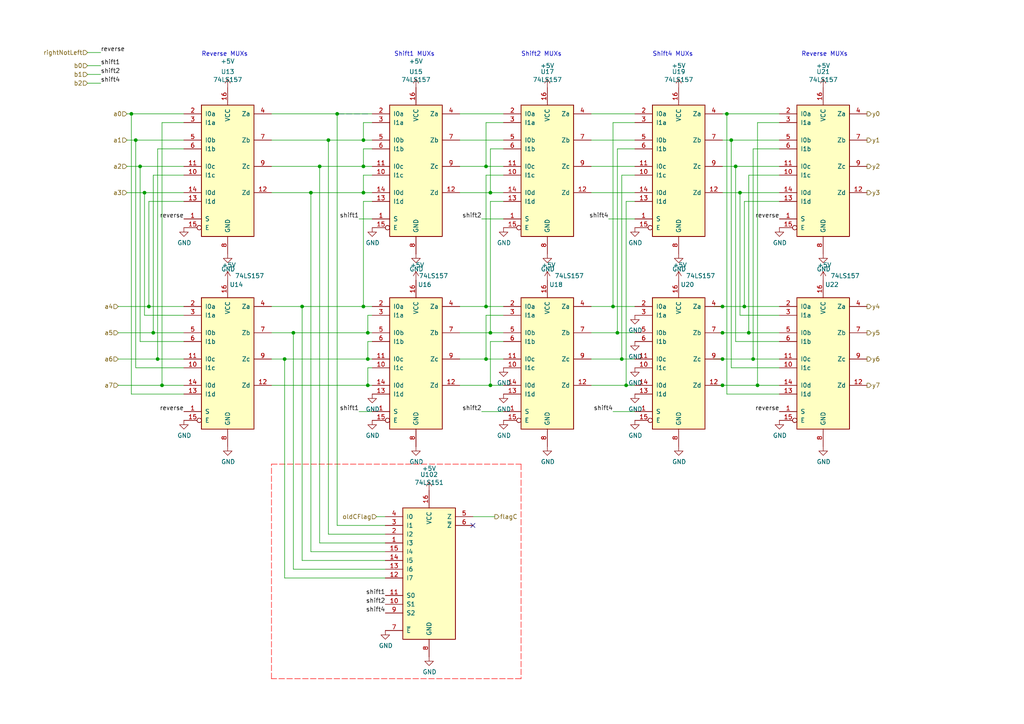
<source format=kicad_sch>
(kicad_sch (version 20211123) (generator eeschema)
  (paper "A4")
  (lib_symbols
    (symbol "74xx:74LS151" (pin_names (offset 1.016))
      (property "Reference" "U" (at -7.62 19.05 0))
      (property "Value" "74LS151" (at -7.62 -21.59 0))
      (symbol "74LS151_1_0"
        (pin input line (at -12.7 7.62 0) (length 5.08) (name "I3") (number "1"))
        (pin input line (at -12.7 -10.16 0) (length 5.08) (name "S1") (number "10"))
        (pin input line (at -12.7 -7.62 0) (length 5.08) (name "S0") (number "11"))
        (pin input line (at -12.7 -2.54 0) (length 5.08) (name "I7") (number "12"))
        (pin input line (at -12.7 0 0) (length 5.08) (name "I6") (number "13"))
        (pin input line (at -12.7 2.54 0) (length 5.08) (name "I5") (number "14"))
        (pin input line (at -12.7 5.08 0) (length 5.08) (name "I4") (number "15"))
        (pin power_in line (at 0 22.86 270) (length 5.08) (name "VCC") (number "16"))
        (pin input line (at -12.7 10.16 0) (length 5.08) (name "I2") (number "2"))
        (pin input line (at -12.7 12.7 0) (length 5.08) (name "I1") (number "3"))
        (pin input line (at -12.7 15.24 0) (length 5.08) (name "I0") (number "4"))
        (pin output line (at 12.7 15.24 180) (length 5.08) (name "Z") (number "5"))
        (pin output line (at 12.7 12.7 180) (length 5.08) (name "~{Z}") (number "6"))
        (pin input line (at -12.7 -17.78 0) (length 5.08) (name "~{E}") (number "7"))
        (pin power_in line (at 0 -25.4 90) (length 5.08) (name "GND") (number "8"))
        (pin input line (at -12.7 -12.7 0) (length 5.08) (name "S2") (number "9"))
      )
      (symbol "74LS151_1_1"
        (rectangle (start -7.62 17.78) (end 7.62 -20.32) (stroke (width 0.254)) (fill (type background)))
      )
    )
    (symbol "74xx:74LS157" (pin_names (offset 1.016))
      (property "Reference" "U" (at -7.62 19.05 0))
      (property "Value" "74LS157" (at -7.62 -21.59 0))
      (symbol "74LS157_1_0"
        (pin input line (at -12.7 -15.24 0) (length 5.08) (name "S") (number "1"))
        (pin input line (at -12.7 -2.54 0) (length 5.08) (name "I1c") (number "10"))
        (pin input line (at -12.7 0 0) (length 5.08) (name "I0c") (number "11"))
        (pin output line (at 12.7 -7.62 180) (length 5.08) (name "Zd") (number "12"))
        (pin input line (at -12.7 -10.16 0) (length 5.08) (name "I1d") (number "13"))
        (pin input line (at -12.7 -7.62 0) (length 5.08) (name "I0d") (number "14"))
        (pin input inverted (at -12.7 -17.78 0) (length 5.08) (name "E") (number "15"))
        (pin power_in line (at 0 22.86 270) (length 5.08) (name "VCC") (number "16"))
        (pin input line (at -12.7 15.24 0) (length 5.08) (name "I0a") (number "2"))
        (pin input line (at -12.7 12.7 0) (length 5.08) (name "I1a") (number "3"))
        (pin output line (at 12.7 15.24 180) (length 5.08) (name "Za") (number "4"))
        (pin input line (at -12.7 7.62 0) (length 5.08) (name "I0b") (number "5"))
        (pin input line (at -12.7 5.08 0) (length 5.08) (name "I1b") (number "6"))
        (pin output line (at 12.7 7.62 180) (length 5.08) (name "Zb") (number "7"))
        (pin power_in line (at 0 -25.4 90) (length 5.08) (name "GND") (number "8"))
        (pin output line (at 12.7 0 180) (length 5.08) (name "Zc") (number "9"))
      )
      (symbol "74LS157_1_1"
        (rectangle (start -7.62 17.78) (end 7.62 -20.32) (stroke (width 0.254)) (fill (type background)))
      )
    )
    (symbol "power:+5V" (power) (pin_names (offset 0))
      (property "Value" "+5V" (at 0 3.556 0))
      (symbol "+5V_0_1"
        (polyline (pts (xy -0.762 1.27) (xy 0 2.54)))
        (polyline (pts (xy 0 0) (xy 0 2.54)))
        (polyline (pts (xy 0 2.54) (xy 0.762 1.27)))
      )
      (symbol "+5V_1_1"
        (pin power_in line (at 0 0 90) (length 0) hide (name "+5V") (number "1"))
      )
    )
    (symbol "power:GND" (power) (pin_names (offset 0))
      (property "Value" "GND" (at 0 -3.81 0))
      (symbol "GND_0_1"
        (polyline (pts (xy 0 0) (xy 0 -1.27) (xy 1.27 -1.27) (xy 0 -2.54) (xy -1.27 -1.27) (xy 0 -1.27)))
      )
      (symbol "GND_1_1"
        (pin power_in line (at 0 0 270) (length 0) hide (name "GND") (number "1"))
      )
    )
  )
  (junction (at 97.79 33.02))
  (junction (at 46.99 111.76))
  (junction (at 44.45 96.52))
  (junction (at 105.41 48.26))
  (junction (at 140.97 88.9))
  (junction (at 142.24 111.76))
  (junction (at 142.24 96.52))
  (junction (at 209.55 104.14))
  (junction (at 85.09 96.52))
  (junction (at 179.07 96.52))
  (junction (at 142.24 55.88))
  (junction (at 177.8 88.9))
  (junction (at 217.17 96.52))
  (junction (at 95.25 40.64))
  (junction (at 39.37 40.64))
  (junction (at 210.82 33.02))
  (junction (at 106.68 96.52))
  (junction (at 106.68 104.14))
  (junction (at 212.09 40.64))
  (junction (at 92.71 48.26))
  (junction (at 181.61 111.76))
  (junction (at 140.97 48.26))
  (junction (at 219.71 111.76))
  (junction (at 213.36 48.26))
  (junction (at 90.17 55.88))
  (junction (at 209.55 88.9))
  (junction (at 214.63 55.88))
  (junction (at 105.41 55.88))
  (junction (at 43.18 88.9))
  (junction (at 140.97 104.14))
  (junction (at 45.72 104.14))
  (junction (at 209.55 96.52))
  (junction (at 209.55 111.76))
  (junction (at 38.1 33.02))
  (junction (at 105.41 40.64))
  (junction (at 82.55 104.14))
  (junction (at 218.44 104.14))
  (junction (at 40.64 48.26))
  (junction (at 106.68 111.76))
  (junction (at 41.91 55.88))
  (junction (at 215.9 88.9))
  (junction (at 180.34 104.14))
  (junction (at 87.63 88.9))
  (junction (at 105.41 88.9))
  (no_connect (at 137.16 152.4))
  (wire (pts (xy 179.07 43.18) (xy 184.15 43.18)))
  (polyline (pts (xy 151.13 196.85) (xy 78.74 196.85)) (stroke (width 0) (color 255 0 0 1)))
  (wire (pts (xy 45.72 104.14) (xy 34.29 104.14)))
  (wire (pts (xy 140.97 35.56) (xy 146.05 35.56)))
  (wire (pts (xy 217.17 96.52) (xy 217.17 50.8)))
  (wire (pts (xy 105.41 40.64) (xy 95.25 40.64)))
  (wire (pts (xy 105.41 40.64) (xy 105.41 35.56)))
  (wire (pts (xy 171.45 96.52) (xy 179.07 96.52)))
  (wire (pts (xy 41.91 55.88) (xy 53.34 55.88)))
  (polyline (pts (xy 106.68 33.02) (xy 97.79 33.02)))
  (wire (pts (xy 106.68 111.76) (xy 107.95 111.76)))
  (wire (pts (xy 133.35 88.9) (xy 140.97 88.9)))
  (wire (pts (xy 212.09 40.64) (xy 226.06 40.64)))
  (wire (pts (xy 209.55 111.76) (xy 219.71 111.76)))
  (wire (pts (xy 215.9 58.42) (xy 226.06 58.42)))
  (wire (pts (xy 36.83 40.64) (xy 39.37 40.64)))
  (wire (pts (xy 140.97 91.44) (xy 146.05 91.44)))
  (wire (pts (xy 217.17 96.52) (xy 226.06 96.52)))
  (wire (pts (xy 92.71 157.48) (xy 111.76 157.48)))
  (wire (pts (xy 34.29 88.9) (xy 43.18 88.9)))
  (wire (pts (xy 212.09 106.68) (xy 226.06 106.68)))
  (wire (pts (xy 209.55 40.64) (xy 212.09 40.64)))
  (wire (pts (xy 97.79 33.02) (xy 97.79 152.4)))
  (wire (pts (xy 142.24 111.76) (xy 146.05 111.76)))
  (wire (pts (xy 171.45 40.64) (xy 184.15 40.64)))
  (wire (pts (xy 41.91 91.44) (xy 53.34 91.44)))
  (wire (pts (xy 177.8 119.38) (xy 184.15 119.38)))
  (polyline (pts (xy 78.74 134.62) (xy 151.13 134.62)) (stroke (width 0) (color 255 0 0 1)))
  (wire (pts (xy 140.97 48.26) (xy 146.05 48.26)))
  (wire (pts (xy 210.82 33.02) (xy 210.82 114.3)))
  (wire (pts (xy 177.8 88.9) (xy 184.15 88.9)))
  (wire (pts (xy 105.41 88.9) (xy 107.95 88.9)))
  (wire (pts (xy 90.17 55.88) (xy 105.41 55.88)))
  (wire (pts (xy 218.44 43.18) (xy 218.44 104.14)))
  (wire (pts (xy 87.63 162.56) (xy 111.76 162.56)))
  (wire (pts (xy 92.71 48.26) (xy 92.71 157.48)))
  (wire (pts (xy 41.91 55.88) (xy 41.91 91.44)))
  (wire (pts (xy 95.25 154.94) (xy 111.76 154.94)))
  (wire (pts (xy 40.64 48.26) (xy 36.83 48.26)))
  (wire (pts (xy 171.45 111.76) (xy 181.61 111.76)))
  (wire (pts (xy 25.4 19.05) (xy 29.21 19.05)))
  (wire (pts (xy 139.7 63.5) (xy 146.05 63.5)))
  (wire (pts (xy 142.24 96.52) (xy 146.05 96.52)))
  (wire (pts (xy 210.82 33.02) (xy 226.06 33.02)))
  (wire (pts (xy 219.71 111.76) (xy 219.71 35.56)))
  (wire (pts (xy 78.74 111.76) (xy 106.68 111.76)))
  (wire (pts (xy 180.34 50.8) (xy 184.15 50.8)))
  (wire (pts (xy 133.35 55.88) (xy 142.24 55.88)))
  (wire (pts (xy 140.97 104.14) (xy 146.05 104.14)))
  (wire (pts (xy 176.53 63.5) (xy 184.15 63.5)))
  (wire (pts (xy 217.17 50.8) (xy 226.06 50.8)))
  (wire (pts (xy 43.18 88.9) (xy 43.18 58.42)))
  (wire (pts (xy 34.29 111.76) (xy 46.99 111.76)))
  (wire (pts (xy 87.63 88.9) (xy 87.63 162.56)))
  (wire (pts (xy 38.1 114.3) (xy 53.34 114.3)))
  (wire (pts (xy 133.35 111.76) (xy 142.24 111.76)))
  (wire (pts (xy 90.17 160.02) (xy 111.76 160.02)))
  (wire (pts (xy 133.35 96.52) (xy 142.24 96.52)))
  (wire (pts (xy 53.34 48.26) (xy 40.64 48.26)))
  (wire (pts (xy 214.63 55.88) (xy 226.06 55.88)))
  (wire (pts (xy 213.36 48.26) (xy 209.55 48.26)))
  (wire (pts (xy 171.45 48.26) (xy 184.15 48.26)))
  (wire (pts (xy 177.8 88.9) (xy 177.8 35.56)))
  (wire (pts (xy 45.72 43.18) (xy 45.72 104.14)))
  (wire (pts (xy 78.74 104.14) (xy 82.55 104.14)))
  (wire (pts (xy 53.34 104.14) (xy 45.72 104.14)))
  (wire (pts (xy 213.36 99.06) (xy 226.06 99.06)))
  (wire (pts (xy 44.45 96.52) (xy 44.45 50.8)))
  (wire (pts (xy 207.01 88.9) (xy 209.55 88.9)))
  (wire (pts (xy 29.21 15.24) (xy 25.4 15.24)))
  (wire (pts (xy 78.74 48.26) (xy 92.71 48.26)))
  (wire (pts (xy 226.06 104.14) (xy 218.44 104.14)))
  (wire (pts (xy 106.68 104.14) (xy 106.68 99.06)))
  (wire (pts (xy 46.99 111.76) (xy 46.99 35.56)))
  (wire (pts (xy 85.09 165.1) (xy 111.76 165.1)))
  (wire (pts (xy 95.25 40.64) (xy 95.25 154.94)))
  (wire (pts (xy 106.68 106.68) (xy 107.95 106.68)))
  (wire (pts (xy 133.35 33.02) (xy 146.05 33.02)))
  (wire (pts (xy 87.63 88.9) (xy 105.41 88.9)))
  (wire (pts (xy 140.97 88.9) (xy 146.05 88.9)))
  (wire (pts (xy 105.41 48.26) (xy 107.95 48.26)))
  (wire (pts (xy 106.68 96.52) (xy 107.95 96.52)))
  (wire (pts (xy 106.68 99.06) (xy 107.95 99.06)))
  (wire (pts (xy 106.68 111.76) (xy 106.68 106.68)))
  (wire (pts (xy 140.97 48.26) (xy 140.97 35.56)))
  (wire (pts (xy 105.41 43.18) (xy 107.95 43.18)))
  (wire (pts (xy 40.64 99.06) (xy 53.34 99.06)))
  (wire (pts (xy 209.55 96.52) (xy 217.17 96.52)))
  (wire (pts (xy 105.41 35.56) (xy 107.95 35.56)))
  (wire (pts (xy 146.05 58.42) (xy 142.24 58.42)))
  (wire (pts (xy 38.1 33.02) (xy 53.34 33.02)))
  (wire (pts (xy 39.37 106.68) (xy 53.34 106.68)))
  (wire (pts (xy 181.61 111.76) (xy 181.61 58.42)))
  (wire (pts (xy 44.45 96.52) (xy 53.34 96.52)))
  (wire (pts (xy 25.4 21.59) (xy 29.21 21.59)))
  (wire (pts (xy 78.74 88.9) (xy 87.63 88.9)))
  (wire (pts (xy 46.99 111.76) (xy 53.34 111.76)))
  (wire (pts (xy 44.45 50.8) (xy 53.34 50.8)))
  (wire (pts (xy 137.16 149.86) (xy 143.51 149.86)))
  (wire (pts (xy 215.9 88.9) (xy 226.06 88.9)))
  (wire (pts (xy 181.61 58.42) (xy 184.15 58.42)))
  (wire (pts (xy 142.24 55.88) (xy 146.05 55.88)))
  (wire (pts (xy 218.44 104.14) (xy 209.55 104.14)))
  (wire (pts (xy 82.55 104.14) (xy 82.55 167.64)))
  (wire (pts (xy 180.34 104.14) (xy 180.34 50.8)))
  (wire (pts (xy 139.7 119.38) (xy 146.05 119.38)))
  (wire (pts (xy 36.83 55.88) (xy 41.91 55.88)))
  (wire (pts (xy 179.07 96.52) (xy 184.15 96.52)))
  (wire (pts (xy 214.63 91.44) (xy 226.06 91.44)))
  (wire (pts (xy 179.07 96.52) (xy 179.07 43.18)))
  (wire (pts (xy 226.06 48.26) (xy 213.36 48.26)))
  (wire (pts (xy 97.79 33.02) (xy 107.95 33.02)))
  (wire (pts (xy 140.97 104.14) (xy 140.97 91.44)))
  (wire (pts (xy 219.71 111.76) (xy 226.06 111.76)))
  (wire (pts (xy 78.74 55.88) (xy 90.17 55.88)))
  (wire (pts (xy 106.68 104.14) (xy 107.95 104.14)))
  (wire (pts (xy 209.55 88.9) (xy 215.9 88.9)))
  (wire (pts (xy 142.24 55.88) (xy 142.24 43.18)))
  (wire (pts (xy 207.01 111.76) (xy 209.55 111.76)))
  (wire (pts (xy 43.18 88.9) (xy 53.34 88.9)))
  (wire (pts (xy 209.55 33.02) (xy 210.82 33.02)))
  (wire (pts (xy 105.41 58.42) (xy 107.95 58.42)))
  (wire (pts (xy 40.64 48.26) (xy 40.64 99.06)))
  (wire (pts (xy 43.18 58.42) (xy 53.34 58.42)))
  (wire (pts (xy 105.41 88.9) (xy 105.41 58.42)))
  (wire (pts (xy 133.35 104.14) (xy 140.97 104.14)))
  (wire (pts (xy 212.09 40.64) (xy 212.09 106.68)))
  (wire (pts (xy 215.9 88.9) (xy 215.9 58.42)))
  (wire (pts (xy 39.37 40.64) (xy 53.34 40.64)))
  (wire (pts (xy 142.24 43.18) (xy 146.05 43.18)))
  (wire (pts (xy 105.41 55.88) (xy 107.95 55.88)))
  (wire (pts (xy 142.24 58.42) (xy 142.24 96.52)))
  (wire (pts (xy 214.63 55.88) (xy 214.63 91.44)))
  (wire (pts (xy 210.82 114.3) (xy 226.06 114.3)))
  (wire (pts (xy 142.24 99.06) (xy 146.05 99.06)))
  (wire (pts (xy 104.14 63.5) (xy 107.95 63.5)))
  (wire (pts (xy 82.55 104.14) (xy 106.68 104.14)))
  (wire (pts (xy 181.61 111.76) (xy 184.15 111.76)))
  (wire (pts (xy 106.68 91.44) (xy 107.95 91.44)))
  (wire (pts (xy 171.45 104.14) (xy 180.34 104.14)))
  (wire (pts (xy 209.55 55.88) (xy 214.63 55.88)))
  (wire (pts (xy 106.68 96.52) (xy 106.68 91.44)))
  (wire (pts (xy 105.41 50.8) (xy 107.95 50.8)))
  (polyline (pts (xy 151.13 134.62) (xy 151.13 196.85)) (stroke (width 0) (color 255 0 0 1)))
  (wire (pts (xy 209.55 104.14) (xy 207.01 104.14)))
  (wire (pts (xy 92.71 48.26) (xy 105.41 48.26)))
  (wire (pts (xy 219.71 35.56) (xy 226.06 35.56)))
  (wire (pts (xy 107.95 40.64) (xy 105.41 40.64)))
  (wire (pts (xy 39.37 40.64) (xy 39.37 106.68)))
  (wire (pts (xy 45.72 43.18) (xy 53.34 43.18)))
  (wire (pts (xy 140.97 50.8) (xy 146.05 50.8)))
  (wire (pts (xy 180.34 104.14) (xy 184.15 104.14)))
  (wire (pts (xy 140.97 88.9) (xy 140.97 50.8)))
  (wire (pts (xy 38.1 33.02) (xy 38.1 114.3)))
  (wire (pts (xy 85.09 96.52) (xy 106.68 96.52)))
  (wire (pts (xy 34.29 96.52) (xy 44.45 96.52)))
  (wire (pts (xy 46.99 35.56) (xy 53.34 35.56)))
  (wire (pts (xy 85.09 96.52) (xy 85.09 165.1)))
  (wire (pts (xy 171.45 55.88) (xy 184.15 55.88)))
  (wire (pts (xy 97.79 152.4) (xy 111.76 152.4)))
  (wire (pts (xy 109.22 149.86) (xy 111.76 149.86)))
  (wire (pts (xy 29.21 24.13) (xy 25.4 24.13)))
  (polyline (pts (xy 78.74 196.85) (xy 78.74 134.62)) (stroke (width 0) (color 255 0 0 1)))
  (wire (pts (xy 171.45 88.9) (xy 177.8 88.9)))
  (wire (pts (xy 82.55 167.64) (xy 111.76 167.64)))
  (wire (pts (xy 218.44 43.18) (xy 226.06 43.18)))
  (wire (pts (xy 133.35 40.64) (xy 146.05 40.64)))
  (wire (pts (xy 90.17 55.88) (xy 90.17 160.02)))
  (wire (pts (xy 213.36 48.26) (xy 213.36 99.06)))
  (wire (pts (xy 177.8 35.56) (xy 184.15 35.56)))
  (wire (pts (xy 78.74 33.02) (xy 97.79 33.02)))
  (wire (pts (xy 142.24 111.76) (xy 142.24 99.06)))
  (wire (pts (xy 104.14 119.38) (xy 107.95 119.38)))
  (wire (pts (xy 105.41 48.26) (xy 105.41 43.18)))
  (wire (pts (xy 105.41 55.88) (xy 105.41 50.8)))
  (wire (pts (xy 78.74 96.52) (xy 85.09 96.52)))
  (wire (pts (xy 133.35 48.26) (xy 140.97 48.26)))
  (wire (pts (xy 171.45 33.02) (xy 184.15 33.02)))
  (wire (pts (xy 36.83 33.02) (xy 38.1 33.02)))
  (wire (pts (xy 95.25 40.64) (xy 78.74 40.64)))
  (wire (pts (xy 207.01 96.52) (xy 209.55 96.52)))
  (text "Reverse MUXs" (at 58.42 16.51 0) (effects (font (size 1.27 1.27)) (justify left bottom)))
  (text "Shift1 MUXs" (at 114.3 16.51 0) (effects (font (size 1.27 1.27)) (justify left bottom)))
  (text "Reverse MUXs" (at 232.41 16.51 0) (effects (font (size 1.27 1.27)) (justify left bottom)))
  (text "Shift2 MUXs" (at 151.13 16.51 0) (effects (font (size 1.27 1.27)) (justify left bottom)))
  (text "Shift4 MUXs" (at 189.23 16.51 0) (effects (font (size 1.27 1.27)) (justify left bottom)))
  (label "shift1" (at 104.14 119.38 180))
  (label "reverse" (at 226.06 63.5 180))
  (label "shift2" (at 111.76 175.26 180))
  (label "shift2" (at 139.7 119.38 180))
  (label "reverse" (at 29.21 15.24 0))
  (label "shift1" (at 29.21 19.05 0))
  (label "shift4" (at 176.53 63.5 180))
  (label "shift4" (at 177.8 119.38 180))
  (label "reverse" (at 226.06 119.38 180))
  (label "shift4" (at 29.21 24.13 0))
  (label "shift2" (at 139.7 63.5 180))
  (label "shift1" (at 104.14 63.5 180))
  (label "reverse" (at 53.34 119.38 180))
  (label "reverse" (at 53.34 63.5 180))
  (label "shift4" (at 111.76 177.8 180))
  (label "shift1" (at 111.76 172.72 180))
  (label "shift2" (at 29.21 21.59 0))
  (hierarchical_label "b2" (shape input) (at 25.4 24.13 180))
  (hierarchical_label "a3" (shape input) (at 36.83 55.88 180))
  (hierarchical_label "a6" (shape input) (at 34.29 104.14 180))
  (hierarchical_label "a5" (shape input) (at 34.29 96.52 180))
  (hierarchical_label "y7" (shape output) (at 251.46 111.76 0))
  (hierarchical_label "rightNotLeft" (shape input) (at 25.4 15.24 180))
  (hierarchical_label "a0" (shape input) (at 36.83 33.02 180))
  (hierarchical_label "a7" (shape input) (at 34.29 111.76 180))
  (hierarchical_label "y5" (shape output) (at 251.46 96.52 0))
  (hierarchical_label "y4" (shape output) (at 251.46 88.9 0))
  (hierarchical_label "y1" (shape output) (at 251.46 40.64 0))
  (hierarchical_label "flagC" (shape output) (at 143.51 149.86 0))
  (hierarchical_label "b1" (shape input) (at 25.4 21.59 180))
  (hierarchical_label "a1" (shape input) (at 36.83 40.64 180))
  (hierarchical_label "a4" (shape input) (at 34.29 88.9 180))
  (hierarchical_label "y3" (shape output) (at 251.46 55.88 0))
  (hierarchical_label "y6" (shape output) (at 251.46 104.14 0))
  (hierarchical_label "y0" (shape output) (at 251.46 33.02 0))
  (hierarchical_label "oldCFlag" (shape input) (at 109.22 149.86 180))
  (hierarchical_label "b0" (shape input) (at 25.4 19.05 180))
  (hierarchical_label "a2" (shape input) (at 36.83 48.26 180))
  (hierarchical_label "y2" (shape output) (at 251.46 48.26 0))
  (symbol (lib_id "74xx:74LS157") (at 66.04 48.26 0) (unit 1)
    (property "Reference" "U13" (at 66.04 20.8026 0))
    (property "Value" "74LS157" (at 66.04 23.114 0))
    (property "Footprint" "Package_DIP:DIP-16_W7.62mm" (effects hide))
    (property "Datasheet" "http://www.ti.com/lit/gpn/sn74LS157" (effects hide))
  )
  (symbol (lib_id "74xx:74LS157") (at 66.04 104.14 0) (unit 1)
    (property "Reference" "U14" (at 68.58 82.55 0))
    (property "Value" "74LS157" (at 72.39 80.01 0))
    (property "Footprint" "Package_DIP:DIP-16_W7.62mm" (effects hide))
    (property "Datasheet" "http://www.ti.com/lit/gpn/sn74LS157" (effects hide))
  )
  (symbol (lib_id "power:GND") (at 66.04 129.54 0) (unit 1)
    (property "Reference" "#PWR049" (effects hide))
    (property "Value" "GND" (at 66.167 133.9342 0))
  )
  (symbol (lib_id "power:GND") (at 53.34 121.92 0) (unit 1)
    (property "Reference" "#PWR045" (effects hide))
    (property "Value" "GND" (at 53.467 126.3142 0))
  )
  (symbol (lib_id "power:GND") (at 66.04 73.66 0) (unit 1)
    (property "Reference" "#PWR047" (effects hide))
    (property "Value" "GND" (at 66.167 78.0542 0))
  )
  (symbol (lib_id "power:GND") (at 53.34 66.04 0) (unit 1)
    (property "Reference" "#PWR044" (effects hide))
    (property "Value" "GND" (at 53.467 70.4342 0))
  )
  (symbol (lib_id "power:+5V") (at 66.04 81.28 0) (unit 1)
    (property "Reference" "#PWR048" (effects hide))
    (property "Value" "+5V" (at 66.421 76.8858 0))
  )
  (symbol (lib_id "power:+5V") (at 66.04 25.4 0) (unit 1)
    (property "Reference" "#PWR046" (effects hide))
    (property "Value" "+5V" (at 66.04 17.78 0))
  )
  (symbol (lib_id "74xx:74LS157") (at 120.65 48.26 0) (unit 1)
    (property "Reference" "U15" (at 120.65 20.8026 0))
    (property "Value" "74LS157" (at 120.65 23.114 0))
    (property "Footprint" "Package_DIP:DIP-16_W7.62mm" (effects hide))
    (property "Datasheet" "http://www.ti.com/lit/gpn/sn74LS157" (effects hide))
  )
  (symbol (lib_id "74xx:74LS157") (at 120.65 104.14 0) (unit 1)
    (property "Reference" "U16" (at 123.19 82.55 0))
    (property "Value" "74LS157" (at 125.73 80.01 0))
    (property "Footprint" "Package_DIP:DIP-16_W7.62mm" (effects hide))
    (property "Datasheet" "http://www.ti.com/lit/gpn/sn74LS157" (effects hide))
  )
  (symbol (lib_id "power:GND") (at 120.65 129.54 0) (unit 1)
    (property "Reference" "#PWR056" (effects hide))
    (property "Value" "GND" (at 120.777 133.9342 0))
  )
  (symbol (lib_id "power:GND") (at 120.65 73.66 0) (unit 1)
    (property "Reference" "#PWR054" (effects hide))
    (property "Value" "GND" (at 120.777 78.0542 0))
  )
  (symbol (lib_id "power:+5V") (at 120.65 81.28 0) (unit 1)
    (property "Reference" "#PWR055" (effects hide))
    (property "Value" "+5V" (at 121.031 76.8858 0))
  )
  (symbol (lib_id "power:+5V") (at 120.65 25.4 0) (unit 1)
    (property "Reference" "#PWR053" (effects hide))
    (property "Value" "+5V" (at 120.65 17.78 0))
  )
  (symbol (lib_id "power:GND") (at 107.95 66.04 0) (unit 1)
    (property "Reference" "#PWR050" (effects hide))
    (property "Value" "GND" (at 108.077 70.4342 0))
  )
  (symbol (lib_id "power:GND") (at 107.95 121.92 0) (unit 1)
    (property "Reference" "#PWR052" (effects hide))
    (property "Value" "GND" (at 108.077 126.3142 0))
  )
  (symbol (lib_id "power:GND") (at 107.95 114.3 0) (unit 1)
    (property "Reference" "#PWR051" (effects hide))
    (property "Value" "GND" (at 108.077 118.6942 0))
  )
  (symbol (lib_id "74xx:74LS157") (at 158.75 48.26 0) (unit 1)
    (property "Reference" "U17" (at 158.75 20.8026 0))
    (property "Value" "74LS157" (at 158.75 23.114 0))
    (property "Footprint" "Package_DIP:DIP-16_W7.62mm" (effects hide))
    (property "Datasheet" "http://www.ti.com/lit/gpn/sn74LS157" (effects hide))
  )
  (symbol (lib_id "74xx:74LS157") (at 158.75 104.14 0) (unit 1)
    (property "Reference" "U18" (at 161.29 82.55 0))
    (property "Value" "74LS157" (at 165.1 80.01 0))
    (property "Footprint" "Package_DIP:DIP-16_W7.62mm" (effects hide))
    (property "Datasheet" "http://www.ti.com/lit/gpn/sn74LS157" (effects hide))
  )
  (symbol (lib_id "power:GND") (at 158.75 129.54 0) (unit 1)
    (property "Reference" "#PWR064" (effects hide))
    (property "Value" "GND" (at 158.877 133.9342 0))
  )
  (symbol (lib_id "power:GND") (at 158.75 73.66 0) (unit 1)
    (property "Reference" "#PWR062" (effects hide))
    (property "Value" "GND" (at 158.877 78.0542 0))
  )
  (symbol (lib_id "power:+5V") (at 158.75 81.28 0) (unit 1)
    (property "Reference" "#PWR063" (effects hide))
    (property "Value" "+5V" (at 159.131 76.8858 0))
  )
  (symbol (lib_id "power:+5V") (at 158.75 25.4 0) (unit 1)
    (property "Reference" "#PWR061" (effects hide))
    (property "Value" "+5V" (at 158.75 19.05 0))
  )
  (symbol (lib_id "power:GND") (at 146.05 66.04 0) (unit 1)
    (property "Reference" "#PWR057" (effects hide))
    (property "Value" "GND" (at 146.177 70.4342 0))
  )
  (symbol (lib_id "power:GND") (at 146.05 121.92 0) (unit 1)
    (property "Reference" "#PWR060" (effects hide))
    (property "Value" "GND" (at 146.177 126.3142 0))
  )
  (symbol (lib_id "power:GND") (at 146.05 114.3 0) (unit 1)
    (property "Reference" "#PWR059" (effects hide))
    (property "Value" "GND" (at 146.177 118.6942 0))
  )
  (symbol (lib_id "power:GND") (at 146.05 106.68 0) (unit 1)
    (property "Reference" "#PWR058" (effects hide))
    (property "Value" "GND" (at 146.177 111.0742 0))
  )
  (symbol (lib_id "74xx:74LS157") (at 196.85 48.26 0) (unit 1)
    (property "Reference" "U19" (at 196.85 20.8026 0))
    (property "Value" "74LS157" (at 196.85 23.114 0))
    (property "Footprint" "Package_DIP:DIP-16_W7.62mm" (effects hide))
    (property "Datasheet" "http://www.ti.com/lit/gpn/sn74LS157" (effects hide))
  )
  (symbol (lib_id "74xx:74LS157") (at 196.85 104.14 0) (unit 1)
    (property "Reference" "U20" (at 199.39 82.55 0))
    (property "Value" "74LS157" (at 203.2 80.01 0))
    (property "Footprint" "Package_DIP:DIP-16_W7.62mm" (effects hide))
    (property "Datasheet" "http://www.ti.com/lit/gpn/sn74LS157" (effects hide))
  )
  (symbol (lib_id "power:GND") (at 196.85 129.54 0) (unit 1)
    (property "Reference" "#PWR074" (effects hide))
    (property "Value" "GND" (at 196.977 133.9342 0))
  )
  (symbol (lib_id "power:GND") (at 196.85 73.66 0) (unit 1)
    (property "Reference" "#PWR072" (effects hide))
    (property "Value" "GND" (at 196.977 78.0542 0))
  )
  (symbol (lib_id "power:+5V") (at 196.85 81.28 0) (unit 1)
    (property "Reference" "#PWR073" (effects hide))
    (property "Value" "+5V" (at 197.231 76.8858 0))
  )
  (symbol (lib_id "power:+5V") (at 196.85 25.4 0) (unit 1)
    (property "Reference" "#PWR071" (effects hide))
    (property "Value" "+5V" (at 196.85 19.05 0))
  )
  (symbol (lib_id "power:GND") (at 184.15 66.04 0) (unit 1)
    (property "Reference" "#PWR065" (effects hide))
    (property "Value" "GND" (at 184.277 70.4342 0))
  )
  (symbol (lib_id "power:GND") (at 184.15 121.92 0) (unit 1)
    (property "Reference" "#PWR070" (effects hide))
    (property "Value" "GND" (at 184.277 126.3142 0))
  )
  (symbol (lib_id "power:GND") (at 184.15 114.3 0) (unit 1)
    (property "Reference" "#PWR069" (effects hide))
    (property "Value" "GND" (at 184.277 118.6942 0))
  )
  (symbol (lib_id "power:GND") (at 184.15 106.68 0) (unit 1)
    (property "Reference" "#PWR068" (effects hide))
    (property "Value" "GND" (at 184.277 111.0742 0))
  )
  (symbol (lib_id "power:GND") (at 184.15 91.44 0) (unit 1)
    (property "Reference" "#PWR066" (effects hide))
    (property "Value" "GND" (at 184.277 95.8342 0))
  )
  (symbol (lib_id "power:GND") (at 184.15 99.06 0) (unit 1)
    (property "Reference" "#PWR067" (effects hide))
    (property "Value" "GND" (at 184.277 103.4542 0))
  )
  (symbol (lib_id "power:+5V") (at 238.76 25.4 0) (unit 1)
    (property "Reference" "#PWR077" (effects hide))
    (property "Value" "+5V" (at 238.76 19.05 0))
  )
  (symbol (lib_id "74xx:74LS157") (at 238.76 48.26 0) (unit 1)
    (property "Reference" "U21" (at 238.76 20.8026 0))
    (property "Value" "74LS157" (at 238.76 23.114 0))
    (property "Footprint" "Package_DIP:DIP-16_W7.62mm" (effects hide))
    (property "Datasheet" "http://www.ti.com/lit/gpn/sn74LS157" (effects hide))
  )
  (symbol (lib_id "74xx:74LS157") (at 238.76 104.14 0) (unit 1)
    (property "Reference" "U22" (at 241.3 82.55 0))
    (property "Value" "74LS157" (at 245.11 80.01 0))
    (property "Footprint" "Package_DIP:DIP-16_W7.62mm" (effects hide))
    (property "Datasheet" "http://www.ti.com/lit/gpn/sn74LS157" (effects hide))
  )
  (symbol (lib_id "power:GND") (at 238.76 129.54 0) (unit 1)
    (property "Reference" "#PWR080" (effects hide))
    (property "Value" "GND" (at 238.887 133.9342 0))
  )
  (symbol (lib_id "power:GND") (at 226.06 121.92 0) (unit 1)
    (property "Reference" "#PWR076" (effects hide))
    (property "Value" "GND" (at 226.187 126.3142 0))
  )
  (symbol (lib_id "power:GND") (at 238.76 73.66 0) (unit 1)
    (property "Reference" "#PWR078" (effects hide))
    (property "Value" "GND" (at 238.887 78.0542 0))
  )
  (symbol (lib_id "power:GND") (at 226.06 66.04 0) (unit 1)
    (property "Reference" "#PWR075" (effects hide))
    (property "Value" "GND" (at 226.187 70.4342 0))
  )
  (symbol (lib_id "power:+5V") (at 238.76 81.28 0) (unit 1)
    (property "Reference" "#PWR079" (effects hide))
    (property "Value" "+5V" (at 239.141 76.8858 0))
  )
  (symbol (lib_id "power:GND") (at 124.46 190.5 0)
    (property "Reference" "#PWR0329" (effects hide))
    (property "Value" "GND" (at 124.587 194.8942 0))
  )
  (symbol (lib_id "power:+5V") (at 124.46 142.24 0)
    (property "Reference" "#PWR0328" (effects hide))
    (property "Value" "+5V" (at 124.46 135.89 0))
  )
  (symbol (lib_id "74xx:74LS151") (at 124.46 165.1 0)
    (property "Reference" "U102" (at 124.46 137.6426 0))
    (property "Value" "74LS151" (at 124.46 139.954 0))
    (property "Datasheet" "http://www.ti.com/lit/gpn/sn74LS151" (effects hide))
  )
  (symbol (lib_id "power:GND") (at 111.76 182.88 0)
    (property "Reference" "#PWR0327" (effects hide))
    (property "Value" "GND" (at 111.887 187.2742 0))
  )
)
</source>
